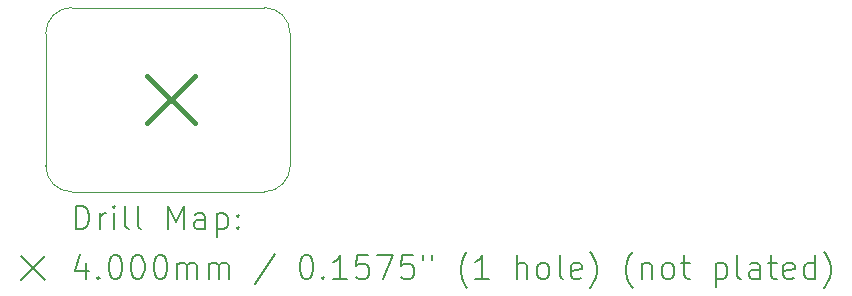
<source format=gbr>
%TF.GenerationSoftware,KiCad,Pcbnew,7.0.7*%
%TF.CreationDate,2023-09-18T16:36:30-04:00*%
%TF.ProjectId,Encoder Mount,456e636f-6465-4722-904d-6f756e742e6b,rev?*%
%TF.SameCoordinates,Original*%
%TF.FileFunction,Drillmap*%
%TF.FilePolarity,Positive*%
%FSLAX45Y45*%
G04 Gerber Fmt 4.5, Leading zero omitted, Abs format (unit mm)*
G04 Created by KiCad (PCBNEW 7.0.7) date 2023-09-18 16:36:30*
%MOMM*%
%LPD*%
G01*
G04 APERTURE LIST*
%ADD10C,0.100000*%
%ADD11C,0.200000*%
%ADD12C,0.400000*%
G04 APERTURE END LIST*
D10*
X9160000Y-9220000D02*
X10790000Y-9220000D01*
X8940000Y-10560000D02*
G75*
G03*
X9160000Y-10780000I220000J0D01*
G01*
X10790000Y-10780000D02*
G75*
G03*
X11010000Y-10560000I0J220000D01*
G01*
X8940000Y-10560000D02*
X8940000Y-9440000D01*
X11010000Y-9440000D02*
G75*
G03*
X10790000Y-9220000I-220000J0D01*
G01*
X11010000Y-9440000D02*
X11010000Y-10560000D01*
X9160000Y-9220000D02*
G75*
G03*
X8940000Y-9440000I0J-220000D01*
G01*
X10790000Y-10780000D02*
X9160000Y-10780000D01*
D11*
D12*
X9800000Y-9800000D02*
X10200000Y-10200000D01*
X10200000Y-9800000D02*
X9800000Y-10200000D01*
D11*
X9195777Y-11096484D02*
X9195777Y-10896484D01*
X9195777Y-10896484D02*
X9243396Y-10896484D01*
X9243396Y-10896484D02*
X9271967Y-10906008D01*
X9271967Y-10906008D02*
X9291015Y-10925055D01*
X9291015Y-10925055D02*
X9300539Y-10944103D01*
X9300539Y-10944103D02*
X9310063Y-10982198D01*
X9310063Y-10982198D02*
X9310063Y-11010770D01*
X9310063Y-11010770D02*
X9300539Y-11048865D01*
X9300539Y-11048865D02*
X9291015Y-11067912D01*
X9291015Y-11067912D02*
X9271967Y-11086960D01*
X9271967Y-11086960D02*
X9243396Y-11096484D01*
X9243396Y-11096484D02*
X9195777Y-11096484D01*
X9395777Y-11096484D02*
X9395777Y-10963150D01*
X9395777Y-11001246D02*
X9405301Y-10982198D01*
X9405301Y-10982198D02*
X9414824Y-10972674D01*
X9414824Y-10972674D02*
X9433872Y-10963150D01*
X9433872Y-10963150D02*
X9452920Y-10963150D01*
X9519586Y-11096484D02*
X9519586Y-10963150D01*
X9519586Y-10896484D02*
X9510063Y-10906008D01*
X9510063Y-10906008D02*
X9519586Y-10915531D01*
X9519586Y-10915531D02*
X9529110Y-10906008D01*
X9529110Y-10906008D02*
X9519586Y-10896484D01*
X9519586Y-10896484D02*
X9519586Y-10915531D01*
X9643396Y-11096484D02*
X9624348Y-11086960D01*
X9624348Y-11086960D02*
X9614824Y-11067912D01*
X9614824Y-11067912D02*
X9614824Y-10896484D01*
X9748158Y-11096484D02*
X9729110Y-11086960D01*
X9729110Y-11086960D02*
X9719586Y-11067912D01*
X9719586Y-11067912D02*
X9719586Y-10896484D01*
X9976729Y-11096484D02*
X9976729Y-10896484D01*
X9976729Y-10896484D02*
X10043396Y-11039341D01*
X10043396Y-11039341D02*
X10110063Y-10896484D01*
X10110063Y-10896484D02*
X10110063Y-11096484D01*
X10291015Y-11096484D02*
X10291015Y-10991722D01*
X10291015Y-10991722D02*
X10281491Y-10972674D01*
X10281491Y-10972674D02*
X10262444Y-10963150D01*
X10262444Y-10963150D02*
X10224348Y-10963150D01*
X10224348Y-10963150D02*
X10205301Y-10972674D01*
X10291015Y-11086960D02*
X10271967Y-11096484D01*
X10271967Y-11096484D02*
X10224348Y-11096484D01*
X10224348Y-11096484D02*
X10205301Y-11086960D01*
X10205301Y-11086960D02*
X10195777Y-11067912D01*
X10195777Y-11067912D02*
X10195777Y-11048865D01*
X10195777Y-11048865D02*
X10205301Y-11029817D01*
X10205301Y-11029817D02*
X10224348Y-11020293D01*
X10224348Y-11020293D02*
X10271967Y-11020293D01*
X10271967Y-11020293D02*
X10291015Y-11010770D01*
X10386253Y-10963150D02*
X10386253Y-11163150D01*
X10386253Y-10972674D02*
X10405301Y-10963150D01*
X10405301Y-10963150D02*
X10443396Y-10963150D01*
X10443396Y-10963150D02*
X10462444Y-10972674D01*
X10462444Y-10972674D02*
X10471967Y-10982198D01*
X10471967Y-10982198D02*
X10481491Y-11001246D01*
X10481491Y-11001246D02*
X10481491Y-11058389D01*
X10481491Y-11058389D02*
X10471967Y-11077436D01*
X10471967Y-11077436D02*
X10462444Y-11086960D01*
X10462444Y-11086960D02*
X10443396Y-11096484D01*
X10443396Y-11096484D02*
X10405301Y-11096484D01*
X10405301Y-11096484D02*
X10386253Y-11086960D01*
X10567205Y-11077436D02*
X10576729Y-11086960D01*
X10576729Y-11086960D02*
X10567205Y-11096484D01*
X10567205Y-11096484D02*
X10557682Y-11086960D01*
X10557682Y-11086960D02*
X10567205Y-11077436D01*
X10567205Y-11077436D02*
X10567205Y-11096484D01*
X10567205Y-10972674D02*
X10576729Y-10982198D01*
X10576729Y-10982198D02*
X10567205Y-10991722D01*
X10567205Y-10991722D02*
X10557682Y-10982198D01*
X10557682Y-10982198D02*
X10567205Y-10972674D01*
X10567205Y-10972674D02*
X10567205Y-10991722D01*
X8735000Y-11325000D02*
X8935000Y-11525000D01*
X8935000Y-11325000D02*
X8735000Y-11525000D01*
X9281491Y-11383150D02*
X9281491Y-11516484D01*
X9233872Y-11306960D02*
X9186253Y-11449817D01*
X9186253Y-11449817D02*
X9310063Y-11449817D01*
X9386253Y-11497436D02*
X9395777Y-11506960D01*
X9395777Y-11506960D02*
X9386253Y-11516484D01*
X9386253Y-11516484D02*
X9376729Y-11506960D01*
X9376729Y-11506960D02*
X9386253Y-11497436D01*
X9386253Y-11497436D02*
X9386253Y-11516484D01*
X9519586Y-11316484D02*
X9538634Y-11316484D01*
X9538634Y-11316484D02*
X9557682Y-11326008D01*
X9557682Y-11326008D02*
X9567205Y-11335531D01*
X9567205Y-11335531D02*
X9576729Y-11354579D01*
X9576729Y-11354579D02*
X9586253Y-11392674D01*
X9586253Y-11392674D02*
X9586253Y-11440293D01*
X9586253Y-11440293D02*
X9576729Y-11478388D01*
X9576729Y-11478388D02*
X9567205Y-11497436D01*
X9567205Y-11497436D02*
X9557682Y-11506960D01*
X9557682Y-11506960D02*
X9538634Y-11516484D01*
X9538634Y-11516484D02*
X9519586Y-11516484D01*
X9519586Y-11516484D02*
X9500539Y-11506960D01*
X9500539Y-11506960D02*
X9491015Y-11497436D01*
X9491015Y-11497436D02*
X9481491Y-11478388D01*
X9481491Y-11478388D02*
X9471967Y-11440293D01*
X9471967Y-11440293D02*
X9471967Y-11392674D01*
X9471967Y-11392674D02*
X9481491Y-11354579D01*
X9481491Y-11354579D02*
X9491015Y-11335531D01*
X9491015Y-11335531D02*
X9500539Y-11326008D01*
X9500539Y-11326008D02*
X9519586Y-11316484D01*
X9710063Y-11316484D02*
X9729110Y-11316484D01*
X9729110Y-11316484D02*
X9748158Y-11326008D01*
X9748158Y-11326008D02*
X9757682Y-11335531D01*
X9757682Y-11335531D02*
X9767205Y-11354579D01*
X9767205Y-11354579D02*
X9776729Y-11392674D01*
X9776729Y-11392674D02*
X9776729Y-11440293D01*
X9776729Y-11440293D02*
X9767205Y-11478388D01*
X9767205Y-11478388D02*
X9757682Y-11497436D01*
X9757682Y-11497436D02*
X9748158Y-11506960D01*
X9748158Y-11506960D02*
X9729110Y-11516484D01*
X9729110Y-11516484D02*
X9710063Y-11516484D01*
X9710063Y-11516484D02*
X9691015Y-11506960D01*
X9691015Y-11506960D02*
X9681491Y-11497436D01*
X9681491Y-11497436D02*
X9671967Y-11478388D01*
X9671967Y-11478388D02*
X9662444Y-11440293D01*
X9662444Y-11440293D02*
X9662444Y-11392674D01*
X9662444Y-11392674D02*
X9671967Y-11354579D01*
X9671967Y-11354579D02*
X9681491Y-11335531D01*
X9681491Y-11335531D02*
X9691015Y-11326008D01*
X9691015Y-11326008D02*
X9710063Y-11316484D01*
X9900539Y-11316484D02*
X9919586Y-11316484D01*
X9919586Y-11316484D02*
X9938634Y-11326008D01*
X9938634Y-11326008D02*
X9948158Y-11335531D01*
X9948158Y-11335531D02*
X9957682Y-11354579D01*
X9957682Y-11354579D02*
X9967205Y-11392674D01*
X9967205Y-11392674D02*
X9967205Y-11440293D01*
X9967205Y-11440293D02*
X9957682Y-11478388D01*
X9957682Y-11478388D02*
X9948158Y-11497436D01*
X9948158Y-11497436D02*
X9938634Y-11506960D01*
X9938634Y-11506960D02*
X9919586Y-11516484D01*
X9919586Y-11516484D02*
X9900539Y-11516484D01*
X9900539Y-11516484D02*
X9881491Y-11506960D01*
X9881491Y-11506960D02*
X9871967Y-11497436D01*
X9871967Y-11497436D02*
X9862444Y-11478388D01*
X9862444Y-11478388D02*
X9852920Y-11440293D01*
X9852920Y-11440293D02*
X9852920Y-11392674D01*
X9852920Y-11392674D02*
X9862444Y-11354579D01*
X9862444Y-11354579D02*
X9871967Y-11335531D01*
X9871967Y-11335531D02*
X9881491Y-11326008D01*
X9881491Y-11326008D02*
X9900539Y-11316484D01*
X10052920Y-11516484D02*
X10052920Y-11383150D01*
X10052920Y-11402198D02*
X10062444Y-11392674D01*
X10062444Y-11392674D02*
X10081491Y-11383150D01*
X10081491Y-11383150D02*
X10110063Y-11383150D01*
X10110063Y-11383150D02*
X10129110Y-11392674D01*
X10129110Y-11392674D02*
X10138634Y-11411722D01*
X10138634Y-11411722D02*
X10138634Y-11516484D01*
X10138634Y-11411722D02*
X10148158Y-11392674D01*
X10148158Y-11392674D02*
X10167205Y-11383150D01*
X10167205Y-11383150D02*
X10195777Y-11383150D01*
X10195777Y-11383150D02*
X10214825Y-11392674D01*
X10214825Y-11392674D02*
X10224348Y-11411722D01*
X10224348Y-11411722D02*
X10224348Y-11516484D01*
X10319586Y-11516484D02*
X10319586Y-11383150D01*
X10319586Y-11402198D02*
X10329110Y-11392674D01*
X10329110Y-11392674D02*
X10348158Y-11383150D01*
X10348158Y-11383150D02*
X10376729Y-11383150D01*
X10376729Y-11383150D02*
X10395777Y-11392674D01*
X10395777Y-11392674D02*
X10405301Y-11411722D01*
X10405301Y-11411722D02*
X10405301Y-11516484D01*
X10405301Y-11411722D02*
X10414825Y-11392674D01*
X10414825Y-11392674D02*
X10433872Y-11383150D01*
X10433872Y-11383150D02*
X10462444Y-11383150D01*
X10462444Y-11383150D02*
X10481491Y-11392674D01*
X10481491Y-11392674D02*
X10491015Y-11411722D01*
X10491015Y-11411722D02*
X10491015Y-11516484D01*
X10881491Y-11306960D02*
X10710063Y-11564103D01*
X11138634Y-11316484D02*
X11157682Y-11316484D01*
X11157682Y-11316484D02*
X11176729Y-11326008D01*
X11176729Y-11326008D02*
X11186253Y-11335531D01*
X11186253Y-11335531D02*
X11195777Y-11354579D01*
X11195777Y-11354579D02*
X11205301Y-11392674D01*
X11205301Y-11392674D02*
X11205301Y-11440293D01*
X11205301Y-11440293D02*
X11195777Y-11478388D01*
X11195777Y-11478388D02*
X11186253Y-11497436D01*
X11186253Y-11497436D02*
X11176729Y-11506960D01*
X11176729Y-11506960D02*
X11157682Y-11516484D01*
X11157682Y-11516484D02*
X11138634Y-11516484D01*
X11138634Y-11516484D02*
X11119587Y-11506960D01*
X11119587Y-11506960D02*
X11110063Y-11497436D01*
X11110063Y-11497436D02*
X11100539Y-11478388D01*
X11100539Y-11478388D02*
X11091015Y-11440293D01*
X11091015Y-11440293D02*
X11091015Y-11392674D01*
X11091015Y-11392674D02*
X11100539Y-11354579D01*
X11100539Y-11354579D02*
X11110063Y-11335531D01*
X11110063Y-11335531D02*
X11119587Y-11326008D01*
X11119587Y-11326008D02*
X11138634Y-11316484D01*
X11291015Y-11497436D02*
X11300539Y-11506960D01*
X11300539Y-11506960D02*
X11291015Y-11516484D01*
X11291015Y-11516484D02*
X11281491Y-11506960D01*
X11281491Y-11506960D02*
X11291015Y-11497436D01*
X11291015Y-11497436D02*
X11291015Y-11516484D01*
X11491015Y-11516484D02*
X11376729Y-11516484D01*
X11433872Y-11516484D02*
X11433872Y-11316484D01*
X11433872Y-11316484D02*
X11414825Y-11345055D01*
X11414825Y-11345055D02*
X11395777Y-11364103D01*
X11395777Y-11364103D02*
X11376729Y-11373627D01*
X11671967Y-11316484D02*
X11576729Y-11316484D01*
X11576729Y-11316484D02*
X11567206Y-11411722D01*
X11567206Y-11411722D02*
X11576729Y-11402198D01*
X11576729Y-11402198D02*
X11595777Y-11392674D01*
X11595777Y-11392674D02*
X11643396Y-11392674D01*
X11643396Y-11392674D02*
X11662444Y-11402198D01*
X11662444Y-11402198D02*
X11671967Y-11411722D01*
X11671967Y-11411722D02*
X11681491Y-11430769D01*
X11681491Y-11430769D02*
X11681491Y-11478388D01*
X11681491Y-11478388D02*
X11671967Y-11497436D01*
X11671967Y-11497436D02*
X11662444Y-11506960D01*
X11662444Y-11506960D02*
X11643396Y-11516484D01*
X11643396Y-11516484D02*
X11595777Y-11516484D01*
X11595777Y-11516484D02*
X11576729Y-11506960D01*
X11576729Y-11506960D02*
X11567206Y-11497436D01*
X11748158Y-11316484D02*
X11881491Y-11316484D01*
X11881491Y-11316484D02*
X11795777Y-11516484D01*
X12052920Y-11316484D02*
X11957682Y-11316484D01*
X11957682Y-11316484D02*
X11948158Y-11411722D01*
X11948158Y-11411722D02*
X11957682Y-11402198D01*
X11957682Y-11402198D02*
X11976729Y-11392674D01*
X11976729Y-11392674D02*
X12024348Y-11392674D01*
X12024348Y-11392674D02*
X12043396Y-11402198D01*
X12043396Y-11402198D02*
X12052920Y-11411722D01*
X12052920Y-11411722D02*
X12062444Y-11430769D01*
X12062444Y-11430769D02*
X12062444Y-11478388D01*
X12062444Y-11478388D02*
X12052920Y-11497436D01*
X12052920Y-11497436D02*
X12043396Y-11506960D01*
X12043396Y-11506960D02*
X12024348Y-11516484D01*
X12024348Y-11516484D02*
X11976729Y-11516484D01*
X11976729Y-11516484D02*
X11957682Y-11506960D01*
X11957682Y-11506960D02*
X11948158Y-11497436D01*
X12138634Y-11316484D02*
X12138634Y-11354579D01*
X12214825Y-11316484D02*
X12214825Y-11354579D01*
X12510063Y-11592674D02*
X12500539Y-11583150D01*
X12500539Y-11583150D02*
X12481491Y-11554579D01*
X12481491Y-11554579D02*
X12471968Y-11535531D01*
X12471968Y-11535531D02*
X12462444Y-11506960D01*
X12462444Y-11506960D02*
X12452920Y-11459341D01*
X12452920Y-11459341D02*
X12452920Y-11421246D01*
X12452920Y-11421246D02*
X12462444Y-11373627D01*
X12462444Y-11373627D02*
X12471968Y-11345055D01*
X12471968Y-11345055D02*
X12481491Y-11326008D01*
X12481491Y-11326008D02*
X12500539Y-11297436D01*
X12500539Y-11297436D02*
X12510063Y-11287912D01*
X12691015Y-11516484D02*
X12576729Y-11516484D01*
X12633872Y-11516484D02*
X12633872Y-11316484D01*
X12633872Y-11316484D02*
X12614825Y-11345055D01*
X12614825Y-11345055D02*
X12595777Y-11364103D01*
X12595777Y-11364103D02*
X12576729Y-11373627D01*
X12929110Y-11516484D02*
X12929110Y-11316484D01*
X13014825Y-11516484D02*
X13014825Y-11411722D01*
X13014825Y-11411722D02*
X13005301Y-11392674D01*
X13005301Y-11392674D02*
X12986253Y-11383150D01*
X12986253Y-11383150D02*
X12957682Y-11383150D01*
X12957682Y-11383150D02*
X12938634Y-11392674D01*
X12938634Y-11392674D02*
X12929110Y-11402198D01*
X13138634Y-11516484D02*
X13119587Y-11506960D01*
X13119587Y-11506960D02*
X13110063Y-11497436D01*
X13110063Y-11497436D02*
X13100539Y-11478388D01*
X13100539Y-11478388D02*
X13100539Y-11421246D01*
X13100539Y-11421246D02*
X13110063Y-11402198D01*
X13110063Y-11402198D02*
X13119587Y-11392674D01*
X13119587Y-11392674D02*
X13138634Y-11383150D01*
X13138634Y-11383150D02*
X13167206Y-11383150D01*
X13167206Y-11383150D02*
X13186253Y-11392674D01*
X13186253Y-11392674D02*
X13195777Y-11402198D01*
X13195777Y-11402198D02*
X13205301Y-11421246D01*
X13205301Y-11421246D02*
X13205301Y-11478388D01*
X13205301Y-11478388D02*
X13195777Y-11497436D01*
X13195777Y-11497436D02*
X13186253Y-11506960D01*
X13186253Y-11506960D02*
X13167206Y-11516484D01*
X13167206Y-11516484D02*
X13138634Y-11516484D01*
X13319587Y-11516484D02*
X13300539Y-11506960D01*
X13300539Y-11506960D02*
X13291015Y-11487912D01*
X13291015Y-11487912D02*
X13291015Y-11316484D01*
X13471968Y-11506960D02*
X13452920Y-11516484D01*
X13452920Y-11516484D02*
X13414825Y-11516484D01*
X13414825Y-11516484D02*
X13395777Y-11506960D01*
X13395777Y-11506960D02*
X13386253Y-11487912D01*
X13386253Y-11487912D02*
X13386253Y-11411722D01*
X13386253Y-11411722D02*
X13395777Y-11392674D01*
X13395777Y-11392674D02*
X13414825Y-11383150D01*
X13414825Y-11383150D02*
X13452920Y-11383150D01*
X13452920Y-11383150D02*
X13471968Y-11392674D01*
X13471968Y-11392674D02*
X13481491Y-11411722D01*
X13481491Y-11411722D02*
X13481491Y-11430769D01*
X13481491Y-11430769D02*
X13386253Y-11449817D01*
X13548158Y-11592674D02*
X13557682Y-11583150D01*
X13557682Y-11583150D02*
X13576730Y-11554579D01*
X13576730Y-11554579D02*
X13586253Y-11535531D01*
X13586253Y-11535531D02*
X13595777Y-11506960D01*
X13595777Y-11506960D02*
X13605301Y-11459341D01*
X13605301Y-11459341D02*
X13605301Y-11421246D01*
X13605301Y-11421246D02*
X13595777Y-11373627D01*
X13595777Y-11373627D02*
X13586253Y-11345055D01*
X13586253Y-11345055D02*
X13576730Y-11326008D01*
X13576730Y-11326008D02*
X13557682Y-11297436D01*
X13557682Y-11297436D02*
X13548158Y-11287912D01*
X13910063Y-11592674D02*
X13900539Y-11583150D01*
X13900539Y-11583150D02*
X13881491Y-11554579D01*
X13881491Y-11554579D02*
X13871968Y-11535531D01*
X13871968Y-11535531D02*
X13862444Y-11506960D01*
X13862444Y-11506960D02*
X13852920Y-11459341D01*
X13852920Y-11459341D02*
X13852920Y-11421246D01*
X13852920Y-11421246D02*
X13862444Y-11373627D01*
X13862444Y-11373627D02*
X13871968Y-11345055D01*
X13871968Y-11345055D02*
X13881491Y-11326008D01*
X13881491Y-11326008D02*
X13900539Y-11297436D01*
X13900539Y-11297436D02*
X13910063Y-11287912D01*
X13986253Y-11383150D02*
X13986253Y-11516484D01*
X13986253Y-11402198D02*
X13995777Y-11392674D01*
X13995777Y-11392674D02*
X14014825Y-11383150D01*
X14014825Y-11383150D02*
X14043396Y-11383150D01*
X14043396Y-11383150D02*
X14062444Y-11392674D01*
X14062444Y-11392674D02*
X14071968Y-11411722D01*
X14071968Y-11411722D02*
X14071968Y-11516484D01*
X14195777Y-11516484D02*
X14176730Y-11506960D01*
X14176730Y-11506960D02*
X14167206Y-11497436D01*
X14167206Y-11497436D02*
X14157682Y-11478388D01*
X14157682Y-11478388D02*
X14157682Y-11421246D01*
X14157682Y-11421246D02*
X14167206Y-11402198D01*
X14167206Y-11402198D02*
X14176730Y-11392674D01*
X14176730Y-11392674D02*
X14195777Y-11383150D01*
X14195777Y-11383150D02*
X14224349Y-11383150D01*
X14224349Y-11383150D02*
X14243396Y-11392674D01*
X14243396Y-11392674D02*
X14252920Y-11402198D01*
X14252920Y-11402198D02*
X14262444Y-11421246D01*
X14262444Y-11421246D02*
X14262444Y-11478388D01*
X14262444Y-11478388D02*
X14252920Y-11497436D01*
X14252920Y-11497436D02*
X14243396Y-11506960D01*
X14243396Y-11506960D02*
X14224349Y-11516484D01*
X14224349Y-11516484D02*
X14195777Y-11516484D01*
X14319587Y-11383150D02*
X14395777Y-11383150D01*
X14348158Y-11316484D02*
X14348158Y-11487912D01*
X14348158Y-11487912D02*
X14357682Y-11506960D01*
X14357682Y-11506960D02*
X14376730Y-11516484D01*
X14376730Y-11516484D02*
X14395777Y-11516484D01*
X14614825Y-11383150D02*
X14614825Y-11583150D01*
X14614825Y-11392674D02*
X14633872Y-11383150D01*
X14633872Y-11383150D02*
X14671968Y-11383150D01*
X14671968Y-11383150D02*
X14691015Y-11392674D01*
X14691015Y-11392674D02*
X14700539Y-11402198D01*
X14700539Y-11402198D02*
X14710063Y-11421246D01*
X14710063Y-11421246D02*
X14710063Y-11478388D01*
X14710063Y-11478388D02*
X14700539Y-11497436D01*
X14700539Y-11497436D02*
X14691015Y-11506960D01*
X14691015Y-11506960D02*
X14671968Y-11516484D01*
X14671968Y-11516484D02*
X14633872Y-11516484D01*
X14633872Y-11516484D02*
X14614825Y-11506960D01*
X14824349Y-11516484D02*
X14805301Y-11506960D01*
X14805301Y-11506960D02*
X14795777Y-11487912D01*
X14795777Y-11487912D02*
X14795777Y-11316484D01*
X14986253Y-11516484D02*
X14986253Y-11411722D01*
X14986253Y-11411722D02*
X14976730Y-11392674D01*
X14976730Y-11392674D02*
X14957682Y-11383150D01*
X14957682Y-11383150D02*
X14919587Y-11383150D01*
X14919587Y-11383150D02*
X14900539Y-11392674D01*
X14986253Y-11506960D02*
X14967206Y-11516484D01*
X14967206Y-11516484D02*
X14919587Y-11516484D01*
X14919587Y-11516484D02*
X14900539Y-11506960D01*
X14900539Y-11506960D02*
X14891015Y-11487912D01*
X14891015Y-11487912D02*
X14891015Y-11468865D01*
X14891015Y-11468865D02*
X14900539Y-11449817D01*
X14900539Y-11449817D02*
X14919587Y-11440293D01*
X14919587Y-11440293D02*
X14967206Y-11440293D01*
X14967206Y-11440293D02*
X14986253Y-11430769D01*
X15052920Y-11383150D02*
X15129111Y-11383150D01*
X15081492Y-11316484D02*
X15081492Y-11487912D01*
X15081492Y-11487912D02*
X15091015Y-11506960D01*
X15091015Y-11506960D02*
X15110063Y-11516484D01*
X15110063Y-11516484D02*
X15129111Y-11516484D01*
X15271968Y-11506960D02*
X15252920Y-11516484D01*
X15252920Y-11516484D02*
X15214825Y-11516484D01*
X15214825Y-11516484D02*
X15195777Y-11506960D01*
X15195777Y-11506960D02*
X15186253Y-11487912D01*
X15186253Y-11487912D02*
X15186253Y-11411722D01*
X15186253Y-11411722D02*
X15195777Y-11392674D01*
X15195777Y-11392674D02*
X15214825Y-11383150D01*
X15214825Y-11383150D02*
X15252920Y-11383150D01*
X15252920Y-11383150D02*
X15271968Y-11392674D01*
X15271968Y-11392674D02*
X15281492Y-11411722D01*
X15281492Y-11411722D02*
X15281492Y-11430769D01*
X15281492Y-11430769D02*
X15186253Y-11449817D01*
X15452920Y-11516484D02*
X15452920Y-11316484D01*
X15452920Y-11506960D02*
X15433873Y-11516484D01*
X15433873Y-11516484D02*
X15395777Y-11516484D01*
X15395777Y-11516484D02*
X15376730Y-11506960D01*
X15376730Y-11506960D02*
X15367206Y-11497436D01*
X15367206Y-11497436D02*
X15357682Y-11478388D01*
X15357682Y-11478388D02*
X15357682Y-11421246D01*
X15357682Y-11421246D02*
X15367206Y-11402198D01*
X15367206Y-11402198D02*
X15376730Y-11392674D01*
X15376730Y-11392674D02*
X15395777Y-11383150D01*
X15395777Y-11383150D02*
X15433873Y-11383150D01*
X15433873Y-11383150D02*
X15452920Y-11392674D01*
X15529111Y-11592674D02*
X15538634Y-11583150D01*
X15538634Y-11583150D02*
X15557682Y-11554579D01*
X15557682Y-11554579D02*
X15567206Y-11535531D01*
X15567206Y-11535531D02*
X15576730Y-11506960D01*
X15576730Y-11506960D02*
X15586253Y-11459341D01*
X15586253Y-11459341D02*
X15586253Y-11421246D01*
X15586253Y-11421246D02*
X15576730Y-11373627D01*
X15576730Y-11373627D02*
X15567206Y-11345055D01*
X15567206Y-11345055D02*
X15557682Y-11326008D01*
X15557682Y-11326008D02*
X15538634Y-11297436D01*
X15538634Y-11297436D02*
X15529111Y-11287912D01*
M02*

</source>
